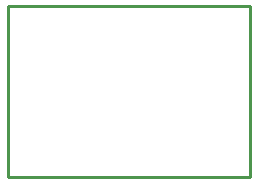
<source format=gbr>
G04 EAGLE Gerber RS-274X export*
G75*
%MOMM*%
%FSLAX34Y34*%
%LPD*%
%IN*%
%IPPOS*%
%AMOC8*
5,1,8,0,0,1.08239X$1,22.5*%
G01*
%ADD10C,0.254000*%


D10*
X0Y0D02*
X205000Y0D01*
X205000Y145000D01*
X0Y145000D01*
X0Y0D01*
M02*

</source>
